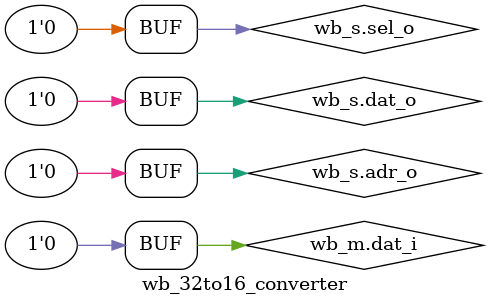
<source format=sv>
module wb_32to16_converter (
    wb_if.master32 wb_m,   // 32-bit master interface
    wb_if.slave16  wb_s    // 16-bit slave interface
);

    // ---- ADDRESS AND CONTROL SIGNALS ----
    assign wb_s.adr_o = {wb_m.adr_o[31:2], 1'b0}; // Word-aligned address
    assign wb_s.we_o  = wb_m.we_o;
    assign wb_s.cyc_o = wb_m.cyc_o;
    assign wb_s.stb_o = wb_m.stb_o && (|wb_m.sel_o);

    // ---- HALF-WORD SELECTION LOGIC ----
    always_comb begin
        wb_s.sel_o = 2'b00;
        case (wb_m.adr_o[1])
            1'b0: wb_s.sel_o = wb_m.sel_o[1:0];  // Lower half-word
            1'b1: wb_s.sel_o = wb_m.sel_o[3:2];  // Upper half-word
        endcase
    end

    // ---- DATA WRITE PATH (32-bit → 16-bit) ----
    always_comb begin
        wb_s.dat_o = 16'b0;
        case (wb_m.adr_o[1])
            1'b0: wb_s.dat_o = wb_m.dat_o[15:0];   // Lower half-word
            1'b1: wb_s.dat_o = wb_m.dat_o[31:16];  // Upper half-word
        endcase
    end

    // ---- DATA READ PATH (16-bit → 32-bit) ----
    always_comb begin
        wb_m.dat_i = 32'b0;
        case (wb_m.adr_o[1])
            1'b0: wb_m.dat_i = {16'b0, wb_s.dat_i};  // Lower half-word
            1'b1: wb_m.dat_i = {wb_s.dat_i, 16'b0};  // Upper half-word
        endcase
    end

    // ---- RESPONSE SIGNALS ----
    assign wb_m.ack_i = wb_s.ack_i;
    assign wb_m.err_i = wb_s.err_i;
    assign wb_m.rty_i = wb_s.rty_i;

endmodule

</source>
